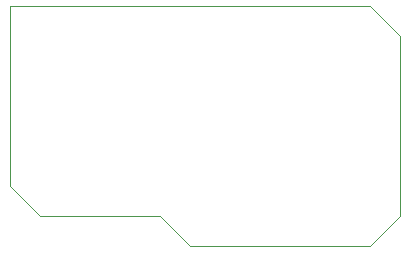
<source format=gbr>
%TF.GenerationSoftware,KiCad,Pcbnew,7.0.2*%
%TF.CreationDate,2023-06-01T20:05:06-06:00*%
%TF.ProjectId,ArmchairBarf,41726d63-6861-4697-9242-6172662e6b69,rev?*%
%TF.SameCoordinates,Original*%
%TF.FileFunction,Profile,NP*%
%FSLAX46Y46*%
G04 Gerber Fmt 4.6, Leading zero omitted, Abs format (unit mm)*
G04 Created by KiCad (PCBNEW 7.0.2) date 2023-06-01 20:05:06*
%MOMM*%
%LPD*%
G01*
G04 APERTURE LIST*
%TA.AperFunction,Profile*%
%ADD10C,0.100000*%
%TD*%
G04 APERTURE END LIST*
D10*
X167640000Y-106680000D02*
X165100000Y-104140000D01*
X154940000Y-86360000D02*
X152400000Y-86360000D01*
X185420000Y-88900000D02*
X182880000Y-86360000D01*
X154940000Y-104140000D02*
X160020000Y-104140000D01*
X152400000Y-101600000D02*
X154940000Y-104140000D01*
X182880000Y-86360000D02*
X180340000Y-86360000D01*
X167640000Y-106680000D02*
X182880000Y-106680000D01*
X160020000Y-104140000D02*
X165100000Y-104140000D01*
X152400000Y-99060000D02*
X152400000Y-101600000D01*
X152400000Y-86360000D02*
X152400000Y-99060000D01*
X180340000Y-86360000D02*
X154940000Y-86360000D01*
X185420000Y-104140000D02*
X185420000Y-88900000D01*
X182880000Y-106680000D02*
X185420000Y-104140000D01*
M02*

</source>
